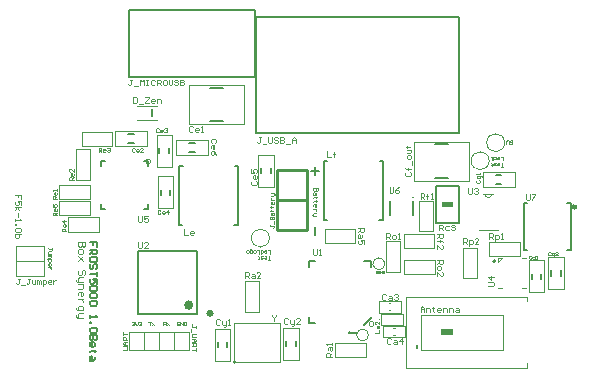
<source format=gbr>
%TF.GenerationSoftware,Altium Limited,Altium Designer,19.0.11 (319)*%
G04 Layer_Color=65535*
%FSLAX26Y26*%
%MOIN*%
%TF.FileFunction,Legend,Top*%
%TF.Part,Single*%
G01*
G75*
%TA.AperFunction,NonConductor*%
%ADD68C,0.007874*%
%ADD69C,0.003000*%
%ADD70C,0.004000*%
%ADD71C,0.005906*%
%ADD72C,0.005000*%
%ADD73C,0.004331*%
%ADD96C,0.000000*%
%ADD97C,0.011811*%
%ADD98C,0.005118*%
%ADD99C,0.003300*%
%ADD100C,0.003543*%
%ADD101C,0.008000*%
%ADD102C,0.001968*%
%ADD103C,0.003150*%
%ADD104C,0.010000*%
%ADD105C,0.004016*%
%ADD106C,0.002000*%
%ADD107C,0.002756*%
%ADD108C,0.006000*%
%ADD109C,0.003228*%
%ADD110C,0.001181*%
%ADD111C,0.004724*%
%ADD112R,0.007874X0.017716*%
%ADD113R,0.039370X0.019685*%
G36*
X488189Y839567D02*
X482284D01*
Y865158D01*
X488189D01*
Y839567D01*
D02*
G37*
G36*
X1488222Y556102D02*
Y540354D01*
X1452789D01*
Y556102D01*
X1488222D01*
D02*
G37*
D68*
X1630906Y357839D02*
G03*
X1630906Y357839I-3937J0D01*
G01*
X834055Y783779D02*
Y1170866D01*
X1509055Y783779D02*
Y1170866D01*
X834055Y783779D02*
X1509055D01*
X439961Y182087D02*
X634842D01*
X439961D02*
Y390748D01*
X634842D01*
Y182087D02*
Y390748D01*
D69*
X607787Y813937D02*
Y943937D01*
Y813937D02*
X793787D01*
Y943937D01*
X607787D02*
X793787D01*
X1357787Y756929D02*
X1543787D01*
Y626929D02*
Y756929D01*
X1357787Y626929D02*
X1543787D01*
X1357787D02*
Y756929D01*
X1265730Y425197D02*
X1312974D01*
X1265730Y322835D02*
Y425197D01*
Y322835D02*
X1312974D01*
Y425197D01*
X1325787Y313976D02*
X1428150D01*
X1325787D02*
Y361221D01*
X1428150D01*
Y313976D02*
Y361221D01*
X1197835Y37409D02*
Y84653D01*
X1095472D02*
X1197835D01*
X1095472Y37409D02*
Y84653D01*
Y37409D02*
X1197835D01*
X843504Y189961D02*
Y292323D01*
X796260Y189961D02*
X843504D01*
X796260D02*
Y292323D01*
X843504D01*
X1061024Y419291D02*
Y466535D01*
Y419291D02*
X1163386D01*
Y466535D01*
X1061024D02*
X1163386D01*
X177165Y564961D02*
X279528D01*
X177165D02*
Y612205D01*
X279528D01*
Y564961D02*
Y612205D01*
X232284Y629331D02*
X279527D01*
Y731693D01*
X232284D02*
X279527D01*
X232284Y629331D02*
Y731693D01*
X250984Y742126D02*
X353346D01*
X250984D02*
Y789370D01*
X353346D01*
Y742126D02*
Y789370D01*
X207284Y456658D02*
Y503901D01*
Y456658D02*
X309646D01*
Y503901D01*
X207284D02*
X309646D01*
X177165Y558053D02*
X279528D01*
Y510809D02*
Y558053D01*
X177165Y510809D02*
X279528D01*
X177165D02*
Y558053D01*
X1376968Y457619D02*
X1424213D01*
Y559981D01*
X1376968D02*
X1424213D01*
X1376968Y457619D02*
Y559981D01*
X1324803Y449803D02*
X1427165D01*
Y402559D02*
Y449803D01*
X1324803Y402559D02*
X1427165D01*
X1324803D02*
Y449803D01*
X1711614Y375156D02*
Y422400D01*
X1609252D02*
X1711614D01*
X1609252Y375156D02*
Y422400D01*
Y375156D02*
X1711614D01*
X1521654Y300787D02*
Y403150D01*
X1568898D01*
Y300787D02*
Y403150D01*
X1521654Y300787D02*
X1568898D01*
X1742126Y254921D02*
Y361221D01*
X1793307D01*
Y254921D02*
Y361221D01*
X1742126Y254921D02*
X1793307D01*
X556102Y534842D02*
Y641142D01*
X504921Y534842D02*
X556102D01*
X504921D02*
Y641142D01*
X556102D01*
X363189Y792323D02*
X469488D01*
Y741142D02*
Y792323D01*
X363189Y741142D02*
X469488D01*
X363189D02*
Y792323D01*
X891732Y606299D02*
Y712598D01*
X840551Y606299D02*
X891732D01*
X840551D02*
Y712598D01*
X891732D01*
X552165Y673228D02*
Y779528D01*
X500984Y673228D02*
X552165D01*
X500984D02*
Y779528D01*
X552165D01*
X1588583Y605315D02*
X1694882D01*
X1588583D02*
Y656496D01*
X1694882D01*
Y605315D02*
Y656496D01*
X1858268Y265517D02*
Y371816D01*
X1807087Y265517D02*
X1858268D01*
X1807087D02*
Y371816D01*
X1858268D01*
X695866Y26378D02*
Y132677D01*
X747047D01*
Y26378D02*
Y132677D01*
X695866Y26378D02*
X747047D01*
X975212Y29921D02*
Y136221D01*
X924030Y29921D02*
X975212D01*
X924030D02*
Y136221D01*
X975212D01*
X565945Y761811D02*
X672244D01*
Y710630D02*
Y761811D01*
X565945Y710630D02*
X672244D01*
X565945D02*
Y761811D01*
X387863Y63366D02*
X401192D01*
X403858Y66032D01*
Y71364D01*
X401192Y74029D01*
X387863D01*
X403858Y79361D02*
X393195D01*
X387863Y84692D01*
X393195Y90024D01*
X403858D01*
X395861D01*
Y79361D01*
X403858Y95356D02*
X387863D01*
Y103353D01*
X390529Y106019D01*
X395861D01*
X398527Y103353D01*
Y95356D01*
Y100687D02*
X403858Y106019D01*
X387863Y111350D02*
Y122014D01*
Y116682D01*
X403858D01*
X418858Y154111D02*
X420858Y156110D01*
X424856D01*
X426856Y154111D01*
Y152112D01*
X424856Y150112D01*
X422857D01*
X424856D01*
X426856Y148113D01*
Y146113D01*
X424856Y144114D01*
X420858D01*
X418858Y146113D01*
X430854Y156110D02*
Y148113D01*
X434853Y144114D01*
X438852Y148113D01*
Y156110D01*
X442851Y154111D02*
X444850Y156110D01*
X448849D01*
X450848Y154111D01*
Y152112D01*
X448849Y150112D01*
X446849D01*
X448849D01*
X450848Y148113D01*
Y146113D01*
X448849Y144114D01*
X444850D01*
X442851Y146113D01*
X473858Y156110D02*
X481856D01*
X477857D01*
Y144114D01*
X485854Y152112D02*
X493852Y144114D01*
X489853Y148113D01*
X493852Y152112D01*
X485854Y144114D01*
X523858D02*
Y156110D01*
X529856D01*
X531856Y154111D01*
Y150112D01*
X529856Y148113D01*
X523858D01*
X527857D02*
X531856Y144114D01*
X535854Y152112D02*
X543852Y144114D01*
X539853Y148113D01*
X543852Y152112D01*
X535854Y144114D01*
X576856Y154111D02*
X574856Y156110D01*
X570858D01*
X568858Y154111D01*
Y146113D01*
X570858Y144114D01*
X574856D01*
X576856Y146113D01*
Y150112D01*
X572857D01*
X580854Y144114D02*
Y156110D01*
X588852Y144114D01*
Y156110D01*
X592851D02*
Y144114D01*
X598849D01*
X600848Y146113D01*
Y154111D01*
X598849Y156110D01*
X592851D01*
D70*
X1595087Y581835D02*
G03*
X1619087Y581835I12000J0D01*
G01*
X481425Y690945D02*
G03*
X481425Y690945I-8000J0D01*
G01*
X1656496Y62008D02*
Y180118D01*
X1380906D02*
X1656496D01*
X1380906Y62008D02*
Y180118D01*
Y62008D02*
X1656496D01*
X1619087Y581835D02*
X1624087D01*
X1595087D02*
X1619087D01*
X1590087D02*
X1595087D01*
X1575087Y462835D02*
X1639087D01*
X32480Y409252D02*
X126969D01*
Y359252D02*
Y409252D01*
X32480Y359252D02*
X126969D01*
X32480D02*
Y409252D01*
X126969Y309055D02*
Y341811D01*
X32480Y309055D02*
Y342323D01*
Y309055D02*
X126969D01*
X760598Y22614D02*
X913598D01*
Y150614D01*
X760598D02*
X913598D01*
X760598Y22614D02*
Y150614D01*
X408858Y123366D02*
X458858D01*
X408858Y63366D02*
Y123366D01*
Y63366D02*
X608858D01*
Y123366D01*
X408858D02*
X608858D01*
X458858Y63366D02*
Y123366D01*
X508858Y63366D02*
Y123366D01*
X558858Y63366D02*
Y123366D01*
X1038617Y603346D02*
X1023622D01*
Y595849D01*
X1026121Y593350D01*
X1028620D01*
X1031120Y595849D01*
Y603346D01*
Y595849D01*
X1033619Y593350D01*
X1036118D01*
X1038617Y595849D01*
Y603346D01*
X1033619Y585852D02*
Y580854D01*
X1031120Y578355D01*
X1023622D01*
Y585852D01*
X1026121Y588351D01*
X1028620Y585852D01*
Y578355D01*
X1036118Y570857D02*
X1033619D01*
Y573356D01*
Y568358D01*
Y570857D01*
X1026121D01*
X1023622Y568358D01*
X1036118Y558361D02*
X1033619D01*
Y560860D01*
Y555862D01*
Y558361D01*
X1026121D01*
X1023622Y555862D01*
Y540866D02*
Y545865D01*
X1026121Y548364D01*
X1031120D01*
X1033619Y545865D01*
Y540866D01*
X1031120Y538367D01*
X1028620D01*
Y548364D01*
X1033619Y533369D02*
X1023622D01*
X1028620D01*
X1031120Y530870D01*
X1033619Y528370D01*
Y525871D01*
Y518374D02*
X1026121D01*
X1023622Y515875D01*
Y508377D01*
X1021123D01*
X1018624Y510876D01*
Y513375D01*
X1023622Y508377D02*
X1033619D01*
D71*
X1724409Y393701D02*
Y551181D01*
X1881890Y393701D02*
Y551181D01*
X1870079D02*
X1881890D01*
X1870079Y393701D02*
X1881890D01*
X1724409Y551181D02*
X1736220D01*
X1724409Y393701D02*
X1736220D01*
X302945Y404992D02*
Y421260D01*
X290744D01*
Y413126D01*
Y421260D01*
X278543D01*
Y396858D02*
X302945D01*
Y384658D01*
X298878Y380591D01*
X290744D01*
X286677Y384658D01*
Y396858D01*
Y388724D02*
X278543Y380591D01*
X302945Y360256D02*
Y368390D01*
X298878Y372457D01*
X282610D01*
X278543Y368390D01*
Y360256D01*
X282610Y356189D01*
X298878D01*
X302945Y360256D01*
X298878Y331788D02*
X302945Y335854D01*
Y343988D01*
X298878Y348055D01*
X294811D01*
X290744Y343988D01*
Y335854D01*
X286677Y331788D01*
X282610D01*
X278543Y335854D01*
Y343988D01*
X282610Y348055D01*
X302945Y323654D02*
Y307386D01*
Y315520D01*
X278543D01*
X302945Y282985D02*
Y299252D01*
X290744D01*
X294811Y291118D01*
Y287051D01*
X290744Y282985D01*
X282610D01*
X278543Y287051D01*
Y295185D01*
X282610Y299252D01*
X298878Y274851D02*
X302945Y270784D01*
Y262650D01*
X298878Y258583D01*
X282610D01*
X278543Y262650D01*
Y270784D01*
X282610Y274851D01*
X298878D01*
Y250449D02*
X302945Y246382D01*
Y238249D01*
X298878Y234182D01*
X282610D01*
X278543Y238249D01*
Y246382D01*
X282610Y250449D01*
X298878D01*
Y226048D02*
X302945Y221981D01*
Y213847D01*
X298878Y209780D01*
X282610D01*
X278543Y213847D01*
Y221981D01*
X282610Y226048D01*
X298878D01*
X278543Y177245D02*
Y169111D01*
Y173178D01*
X302945D01*
X298878Y177245D01*
X278543Y156910D02*
X282610D01*
Y152843D01*
X278543D01*
Y156910D01*
X298878Y136576D02*
X302945Y132509D01*
Y124375D01*
X298878Y120308D01*
X282610D01*
X278543Y124375D01*
Y132509D01*
X282610Y136576D01*
X298878D01*
X302945Y112174D02*
X278543D01*
Y99973D01*
X282610Y95906D01*
X286677D01*
X290744Y99973D01*
Y112174D01*
Y99973D01*
X294811Y95906D01*
X298878D01*
X302945Y99973D01*
Y112174D01*
X278543Y75572D02*
Y83706D01*
X282610Y87773D01*
X290744D01*
X294811Y83706D01*
Y75572D01*
X290744Y71505D01*
X286677D01*
Y87773D01*
X298878Y59304D02*
X294811D01*
Y63371D01*
Y55237D01*
Y59304D01*
X282610D01*
X278543Y55237D01*
X294811Y38970D02*
Y30836D01*
X290744Y26769D01*
X278543D01*
Y38970D01*
X282610Y43036D01*
X286677Y38970D01*
Y26769D01*
D72*
X620717Y211614D02*
G03*
X620717Y211614I-12450J0D01*
G01*
X617071D02*
G03*
X617071Y211614I-8803J0D01*
G01*
X613835D02*
G03*
X613835Y211614I-5568J0D01*
G01*
X612205D02*
G03*
X612205Y211614I-3937J0D01*
G01*
Y215551D02*
G03*
X612205Y215551I-3937J0D01*
G01*
X687937Y184055D02*
G03*
X687937Y184055I-8803J0D01*
G01*
X679134D02*
G03*
X679134Y184055I-3937J0D01*
G01*
X683071D02*
G03*
X683071Y184055I-3937J0D01*
G01*
X763985Y22614D02*
G03*
X763985Y22614I-3387J0D01*
G01*
X834055Y1170866D02*
X1509055D01*
X1278543Y510827D02*
Y558071D01*
X1355315Y510827D02*
Y558071D01*
X315945Y690945D02*
X330512D01*
X315945Y676378D02*
Y690945D01*
Y533465D02*
Y548032D01*
Y533465D02*
X330512D01*
X458858D02*
X473425D01*
Y548032D01*
Y676378D02*
Y690945D01*
X458858D02*
X473425D01*
X679528Y823819D02*
X722047D01*
X679528Y934055D02*
X722047D01*
X1429528Y747047D02*
X1472047D01*
X1429528Y636811D02*
X1472047D01*
X772638Y477362D02*
Y674213D01*
X760827Y477362D02*
X772638D01*
X762795Y674213D02*
X772638D01*
X575787Y477362D02*
Y674213D01*
X587598D01*
X575787Y477362D02*
X585630D01*
X1255906Y496063D02*
Y692913D01*
X1244094Y496063D02*
X1255906D01*
X1246063Y692913D02*
X1255906D01*
X1059055Y496063D02*
Y692913D01*
X1070866D01*
X1059055Y496063D02*
X1068898D01*
X1507908Y486220D02*
Y610236D01*
X1433104D02*
X1507908D01*
X1433104Y486220D02*
Y610236D01*
Y486220D02*
X1507908D01*
X1783465Y299213D02*
Y316929D01*
X1751968Y299213D02*
Y316929D01*
X514764Y579134D02*
Y596850D01*
X546260Y579134D02*
Y596850D01*
X407480Y750984D02*
X425197D01*
X407480Y782480D02*
X425197D01*
X850394Y650591D02*
Y668307D01*
X881890Y650591D02*
Y668307D01*
X510827Y717520D02*
Y735236D01*
X542323Y717520D02*
Y735236D01*
X1632874Y646654D02*
X1650591D01*
X1632874Y615158D02*
X1650591D01*
X1816929Y309808D02*
Y327525D01*
X1848425Y309808D02*
Y327525D01*
X737205Y70669D02*
Y88386D01*
X705709Y70669D02*
Y88386D01*
X933873Y74213D02*
Y91929D01*
X965369Y74213D02*
Y91929D01*
X610236Y720472D02*
X627953D01*
X610236Y751968D02*
X627953D01*
D73*
X697501Y751645D02*
X700781Y754924D01*
Y761484D01*
X697501Y764764D01*
X684382D01*
X681102Y761484D01*
Y754924D01*
X684382Y751645D01*
X681102Y735246D02*
Y741805D01*
X684382Y745085D01*
X690942D01*
X694221Y741805D01*
Y735246D01*
X690942Y731966D01*
X687662D01*
Y745085D01*
X700781Y712288D02*
X697501Y718847D01*
X690942Y725407D01*
X684382D01*
X681102Y722127D01*
Y715567D01*
X684382Y712288D01*
X687662D01*
X690942Y715567D01*
Y725407D01*
X886811Y177159D02*
Y173879D01*
X893370Y167320D01*
X899930Y173879D01*
Y177159D01*
X893370Y167320D02*
Y157480D01*
X1731299Y581687D02*
Y565288D01*
X1734579Y562008D01*
X1741139D01*
X1744418Y565288D01*
Y581687D01*
X1750978D02*
X1764097D01*
Y578407D01*
X1750978Y565288D01*
Y562008D01*
X1277559Y604324D02*
Y587926D01*
X1280839Y584646D01*
X1287398D01*
X1290678Y587926D01*
Y604324D01*
X1310357D02*
X1303797Y601045D01*
X1297238Y594485D01*
Y587926D01*
X1300517Y584646D01*
X1307077D01*
X1310357Y587926D01*
Y591205D01*
X1307077Y594485D01*
X1297238D01*
X438976Y508852D02*
Y492453D01*
X442256Y489173D01*
X448816D01*
X452096Y492453D01*
Y508852D01*
X471774D02*
X458655D01*
Y499012D01*
X465214Y502292D01*
X468494D01*
X471774Y499012D01*
Y492453D01*
X468494Y489173D01*
X461935D01*
X458655Y492453D01*
X1605321Y275162D02*
X1621720D01*
X1625000Y278442D01*
Y285001D01*
X1621720Y288281D01*
X1605321D01*
X1625000Y304680D02*
X1605321D01*
X1615161Y294841D01*
Y307960D01*
X1540354Y600387D02*
Y583989D01*
X1543634Y580709D01*
X1550194D01*
X1553473Y583989D01*
Y600387D01*
X1560033Y597108D02*
X1563313Y600387D01*
X1569872D01*
X1573152Y597108D01*
Y593828D01*
X1569872Y590548D01*
X1566592D01*
X1569872D01*
X1573152Y587268D01*
Y583989D01*
X1569872Y580709D01*
X1563313D01*
X1560033Y583989D01*
X439961Y423222D02*
Y406823D01*
X443240Y403543D01*
X449800D01*
X453080Y406823D01*
Y423222D01*
X472758Y403543D02*
X459639D01*
X472758Y416662D01*
Y419942D01*
X469479Y423222D01*
X462919D01*
X459639Y419942D01*
X1023622Y398616D02*
Y382217D01*
X1026902Y378937D01*
X1033461D01*
X1036741Y382217D01*
Y398616D01*
X1043301Y378937D02*
X1049860D01*
X1046580D01*
Y398616D01*
X1043301Y395336D01*
X1442913Y460630D02*
Y480308D01*
X1452753D01*
X1456033Y477029D01*
Y470469D01*
X1452753Y467189D01*
X1442913D01*
X1449473D02*
X1456033Y460630D01*
X1475711Y473749D02*
X1465872D01*
X1462592Y470469D01*
Y463910D01*
X1465872Y460630D01*
X1475711D01*
X1495390Y477029D02*
X1492110Y480308D01*
X1485550D01*
X1482271Y477029D01*
Y473749D01*
X1485550Y470469D01*
X1492110D01*
X1495390Y467189D01*
Y463910D01*
X1492110Y460630D01*
X1485550D01*
X1482271Y463910D01*
X1521654Y414370D02*
Y434049D01*
X1531493D01*
X1534773Y430769D01*
Y424209D01*
X1531493Y420930D01*
X1521654D01*
X1528213D02*
X1534773Y414370D01*
X1541332Y407811D02*
Y427489D01*
X1551172D01*
X1554451Y424209D01*
Y417650D01*
X1551172Y414370D01*
X1541332D01*
X1574130D02*
X1561011D01*
X1574130Y427489D01*
Y430769D01*
X1570850Y434049D01*
X1564291D01*
X1561011Y430769D01*
X1609252Y433227D02*
Y452906D01*
X1619091D01*
X1622371Y449626D01*
Y443066D01*
X1619091Y439786D01*
X1609252D01*
X1615812D02*
X1622371Y433227D01*
X1628931Y426668D02*
Y446346D01*
X1638770D01*
X1642050Y443066D01*
Y436507D01*
X1638770Y433227D01*
X1628931D01*
X1648609D02*
X1655169D01*
X1651889D01*
Y452906D01*
X1648609Y449626D01*
X1435039Y448819D02*
X1454718D01*
Y438980D01*
X1451438Y435700D01*
X1444879D01*
X1441599Y438980D01*
Y448819D01*
Y442259D02*
X1435039Y435700D01*
Y425861D02*
X1451438D01*
X1444879D01*
Y429140D01*
Y422581D01*
Y425861D01*
X1451438D01*
X1454718Y422581D01*
X1435039Y399622D02*
Y412741D01*
X1448159Y399622D01*
X1451438D01*
X1454718Y402902D01*
Y409462D01*
X1451438Y412741D01*
X1380906Y566853D02*
Y586532D01*
X1390745D01*
X1394025Y583252D01*
Y576693D01*
X1390745Y573413D01*
X1380906D01*
X1387465D02*
X1394025Y566853D01*
X1403864D02*
Y583252D01*
Y576693D01*
X1400584D01*
X1407144D01*
X1403864D01*
Y583252D01*
X1407144Y586532D01*
X1416983Y566853D02*
X1423543D01*
X1420263D01*
Y586532D01*
X1416983Y583252D01*
X1171260Y469488D02*
X1190938D01*
Y459649D01*
X1187659Y456369D01*
X1181099D01*
X1177819Y459649D01*
Y469488D01*
Y462929D02*
X1171260Y456369D01*
X1184379Y446530D02*
Y439970D01*
X1181099Y436690D01*
X1171260D01*
Y446530D01*
X1174540Y449810D01*
X1177819Y446530D01*
Y436690D01*
X1190938Y417012D02*
Y430131D01*
X1181099D01*
X1184379Y423572D01*
Y420292D01*
X1181099Y417012D01*
X1174540D01*
X1171260Y420292D01*
Y426851D01*
X1174540Y430131D01*
X794882Y302165D02*
Y321844D01*
X804721D01*
X808001Y318564D01*
Y312005D01*
X804721Y308725D01*
X794882D01*
X801441D02*
X808001Y302165D01*
X817840Y315284D02*
X824400D01*
X827679Y312005D01*
Y302165D01*
X817840D01*
X814560Y305445D01*
X817840Y308725D01*
X827679D01*
X847358Y302165D02*
X834239D01*
X847358Y315284D01*
Y318564D01*
X844078Y321844D01*
X837519D01*
X834239Y318564D01*
X1086614Y40354D02*
X1066936D01*
Y50194D01*
X1070215Y53473D01*
X1076775D01*
X1080055Y50194D01*
Y40354D01*
Y46914D02*
X1086614Y53473D01*
X1073495Y63313D02*
Y69872D01*
X1076775Y73152D01*
X1086614D01*
Y63313D01*
X1083334Y60033D01*
X1080055Y63313D01*
Y73152D01*
X1086614Y79712D02*
Y86271D01*
Y82991D01*
X1066936D01*
X1070215Y79712D01*
X1435039Y361221D02*
X1454718D01*
Y351381D01*
X1451438Y348101D01*
X1444879D01*
X1441599Y351381D01*
Y361221D01*
Y354661D02*
X1435039Y348101D01*
Y338262D02*
Y331703D01*
X1438319Y328423D01*
X1444879D01*
X1448159Y331703D01*
Y338262D01*
X1444879Y341542D01*
X1438319D01*
X1435039Y338262D01*
Y308744D02*
Y321863D01*
X1448159Y308744D01*
X1451438D01*
X1454718Y312024D01*
Y318584D01*
X1451438Y321863D01*
X1265730Y433071D02*
Y452750D01*
X1275570D01*
X1278849Y449470D01*
Y442910D01*
X1275570Y439630D01*
X1265730D01*
X1272290D02*
X1278849Y433071D01*
X1288689D02*
X1295248D01*
X1298528Y436351D01*
Y442910D01*
X1295248Y446190D01*
X1288689D01*
X1285409Y442910D01*
Y436351D01*
X1288689Y433071D01*
X1305088D02*
X1311647D01*
X1308367D01*
Y452750D01*
X1305088Y449470D01*
X1068898Y724403D02*
Y704724D01*
X1082017D01*
X1091856D02*
Y721123D01*
Y714564D01*
X1088576D01*
X1095136D01*
X1091856D01*
Y721123D01*
X1095136Y724403D01*
X591535Y466529D02*
Y446850D01*
X604654D01*
X621053D02*
X614494D01*
X611214Y450130D01*
Y456690D01*
X614494Y459969D01*
X621053D01*
X624333Y456690D01*
Y453410D01*
X611214D01*
X847765Y771549D02*
X841205D01*
X844485D01*
Y755150D01*
X841205Y751870D01*
X837926D01*
X834646Y755150D01*
X854324Y748590D02*
X867443D01*
X874003Y771549D02*
Y755150D01*
X877283Y751870D01*
X883842D01*
X887122Y755150D01*
Y771549D01*
X906801Y768269D02*
X903521Y771549D01*
X896961D01*
X893682Y768269D01*
Y764989D01*
X896961Y761709D01*
X903521D01*
X906801Y758429D01*
Y755150D01*
X903521Y751870D01*
X896961D01*
X893682Y755150D01*
X913360Y771549D02*
Y751870D01*
X923199D01*
X926479Y755150D01*
Y758429D01*
X923199Y761709D01*
X913360D01*
X923199D01*
X926479Y764989D01*
Y768269D01*
X923199Y771549D01*
X913360D01*
X933039Y748590D02*
X946158D01*
X952717Y751870D02*
Y764989D01*
X959277Y771549D01*
X965836Y764989D01*
Y751870D01*
Y761709D01*
X952717D01*
X419615Y963616D02*
X413056D01*
X416335D01*
Y947217D01*
X413056Y943937D01*
X409776D01*
X406496Y947217D01*
X426175Y940657D02*
X439294D01*
X445853Y943937D02*
Y963616D01*
X452413Y957056D01*
X458972Y963616D01*
Y943937D01*
X465532Y963616D02*
X472091D01*
X468812D01*
Y943937D01*
X465532D01*
X472091D01*
X495050Y960336D02*
X491770Y963616D01*
X485211D01*
X481931Y960336D01*
Y947217D01*
X485211Y943937D01*
X491770D01*
X495050Y947217D01*
X501609Y943937D02*
Y963616D01*
X511449D01*
X514729Y960336D01*
Y953776D01*
X511449Y950496D01*
X501609D01*
X508169D02*
X514729Y943937D01*
X531127Y963616D02*
X524568D01*
X521288Y960336D01*
Y947217D01*
X524568Y943937D01*
X531127D01*
X534407Y947217D01*
Y960336D01*
X531127Y963616D01*
X540967D02*
Y947217D01*
X544246Y943937D01*
X550806D01*
X554086Y947217D01*
Y963616D01*
X573764Y960336D02*
X570485Y963616D01*
X563925D01*
X560645Y960336D01*
Y957056D01*
X563925Y953776D01*
X570485D01*
X573764Y950496D01*
Y947217D01*
X570485Y943937D01*
X563925D01*
X560645Y947217D01*
X580324Y963616D02*
Y943937D01*
X590163D01*
X593443Y947217D01*
Y950496D01*
X590163Y953776D01*
X580324D01*
X590163D01*
X593443Y957056D01*
Y960336D01*
X590163Y963616D01*
X580324D01*
X44288Y300191D02*
X38384D01*
X41336D01*
Y285432D01*
X38384Y282480D01*
X35432D01*
X32480Y285432D01*
X50191Y279529D02*
X61998D01*
X79709Y300191D02*
X73805D01*
X76757D01*
Y285432D01*
X73805Y282480D01*
X70854D01*
X67902Y285432D01*
X85613Y294288D02*
Y285432D01*
X88564Y282480D01*
X97420D01*
Y294288D01*
X103323Y282480D02*
Y294288D01*
X106275D01*
X109227Y291336D01*
Y282480D01*
Y291336D01*
X112179Y294288D01*
X115131Y291336D01*
Y282480D01*
X121034Y276577D02*
Y294288D01*
X129890D01*
X132841Y291336D01*
Y285432D01*
X129890Y282480D01*
X121034D01*
X147601D02*
X141697D01*
X138745Y285432D01*
Y291336D01*
X141697Y294288D01*
X147601D01*
X150552Y291336D01*
Y288384D01*
X138745D01*
X156456Y294288D02*
Y282480D01*
Y288384D01*
X159408Y291336D01*
X162359Y294288D01*
X165311D01*
X423228Y905505D02*
Y885827D01*
X433068D01*
X436347Y889107D01*
Y902226D01*
X433068Y905505D01*
X423228D01*
X442907Y882547D02*
X456026D01*
X462586Y905505D02*
X475705D01*
Y902226D01*
X462586Y889107D01*
Y885827D01*
X475705D01*
X492103D02*
X485544D01*
X482264Y889107D01*
Y895666D01*
X485544Y898946D01*
X492103D01*
X495383Y895666D01*
Y892386D01*
X482264D01*
X501943Y885827D02*
Y898946D01*
X511782D01*
X515062Y895666D01*
Y885827D01*
X939118Y164430D02*
X935838Y167710D01*
X929279D01*
X925999Y164430D01*
Y151311D01*
X929279Y148031D01*
X935838D01*
X939118Y151311D01*
X945678Y161151D02*
Y151311D01*
X948957Y148031D01*
X958797D01*
Y144752D01*
X955517Y141472D01*
X952237D01*
X958797Y148031D02*
Y161151D01*
X978475Y148031D02*
X965356D01*
X978475Y161151D01*
Y164430D01*
X975196Y167710D01*
X968636D01*
X965356Y164430D01*
X713907Y160493D02*
X710627Y163773D01*
X704067D01*
X700788Y160493D01*
Y147374D01*
X704067Y144095D01*
X710627D01*
X713907Y147374D01*
X720466Y157214D02*
Y147374D01*
X723746Y144095D01*
X733585D01*
Y140815D01*
X730305Y137535D01*
X727026D01*
X733585Y144095D02*
Y157214D01*
X740145Y144095D02*
X746704D01*
X743424D01*
Y163773D01*
X740145Y160493D01*
X1333011Y654851D02*
X1329731Y651572D01*
Y645012D01*
X1333011Y641732D01*
X1346130D01*
X1349409Y645012D01*
Y651572D01*
X1346130Y654851D01*
X1349409Y664691D02*
X1333011D01*
X1339570D01*
Y661411D01*
Y667970D01*
Y664691D01*
X1333011D01*
X1329731Y667970D01*
X1352689Y677810D02*
Y690929D01*
X1349409Y700768D02*
Y707328D01*
X1346130Y710607D01*
X1339570D01*
X1336290Y707328D01*
Y700768D01*
X1339570Y697488D01*
X1346130D01*
X1349409Y700768D01*
X1336290Y717167D02*
X1346130D01*
X1349409Y720447D01*
Y730286D01*
X1336290D01*
X1333011Y740125D02*
X1336290D01*
Y736846D01*
Y743405D01*
Y740125D01*
X1346130D01*
X1349409Y743405D01*
X818247Y625324D02*
X814967Y622044D01*
Y615485D01*
X818247Y612205D01*
X831366D01*
X834646Y615485D01*
Y622044D01*
X831366Y625324D01*
X834646Y641723D02*
Y635163D01*
X831366Y631883D01*
X824806D01*
X821527Y635163D01*
Y641723D01*
X824806Y645002D01*
X828086D01*
Y631883D01*
X814967Y664681D02*
Y651562D01*
X824806D01*
X821527Y658121D01*
Y661401D01*
X824806Y664681D01*
X831366D01*
X834646Y661401D01*
Y654842D01*
X831366Y651562D01*
X622371Y803801D02*
X619091Y807080D01*
X612532D01*
X609252Y803801D01*
Y790681D01*
X612532Y787402D01*
X619091D01*
X622371Y790681D01*
X638770Y787402D02*
X632210D01*
X628931Y790681D01*
Y797241D01*
X632210Y800521D01*
X638770D01*
X642050Y797241D01*
Y793961D01*
X628931D01*
X648609Y787402D02*
X655169D01*
X651889D01*
Y807080D01*
X648609Y803801D01*
X1281820Y97108D02*
X1278540Y100387D01*
X1271981D01*
X1268701Y97108D01*
Y83989D01*
X1271981Y80709D01*
X1278540D01*
X1281820Y83989D01*
X1291659Y93828D02*
X1298219D01*
X1301498Y90548D01*
Y80709D01*
X1291659D01*
X1288379Y83989D01*
X1291659Y87268D01*
X1301498D01*
X1317897Y80709D02*
Y100387D01*
X1308058Y90548D01*
X1321177D01*
X1267056Y245730D02*
X1263776Y249009D01*
X1257217D01*
X1253937Y245730D01*
Y232611D01*
X1257217Y229331D01*
X1263776D01*
X1267056Y232611D01*
X1276895Y242450D02*
X1283455D01*
X1286735Y239170D01*
Y229331D01*
X1276895D01*
X1273616Y232611D01*
X1276895Y235890D01*
X1286735D01*
X1293294Y245730D02*
X1296574Y249009D01*
X1303133D01*
X1306413Y245730D01*
Y242450D01*
X1303133Y239170D01*
X1299854D01*
X1303133D01*
X1306413Y235890D01*
Y232611D01*
X1303133Y229331D01*
X1296574D01*
X1293294Y232611D01*
X1380906Y188976D02*
Y202095D01*
X1387465Y208655D01*
X1394025Y202095D01*
Y188976D01*
Y198816D01*
X1380906D01*
X1400584Y188976D02*
Y202095D01*
X1410423D01*
X1413703Y198816D01*
Y188976D01*
X1423543Y205375D02*
Y202095D01*
X1420263D01*
X1426822D01*
X1423543D01*
Y192256D01*
X1426822Y188976D01*
X1446501D02*
X1439941D01*
X1436662Y192256D01*
Y198816D01*
X1439941Y202095D01*
X1446501D01*
X1449781Y198816D01*
Y195536D01*
X1436662D01*
X1456340Y188976D02*
Y202095D01*
X1466179D01*
X1469459Y198816D01*
Y188976D01*
X1476019D02*
Y202095D01*
X1485858D01*
X1489138Y198816D01*
Y188976D01*
X1498977Y202095D02*
X1505537D01*
X1508816Y198816D01*
Y188976D01*
X1498977D01*
X1495697Y192256D01*
X1498977Y195536D01*
X1508816D01*
D96*
X1225520Y148622D02*
G03*
X1225520Y148622I-8000J0D01*
G01*
D97*
X1897638Y539370D02*
G03*
X1897638Y539370I-3937J0D01*
G01*
D98*
X1355898Y570449D02*
G03*
X1355898Y570449I-1968J0D01*
G01*
X409449Y1195866D02*
X830709D01*
X409449Y973425D02*
Y1195866D01*
Y973425D02*
X830709D01*
Y1195866D01*
D99*
X1243626Y164370D02*
G03*
X1243626Y164370I-1500J0D01*
G01*
D100*
X1257873Y337372D02*
G03*
X1257428Y336814I-15686J12055D01*
G01*
X1207775Y112205D02*
G03*
X1207775Y112205I-19783J0D01*
G01*
X877367Y435039D02*
G03*
X877367Y435039I-29927J0D01*
G01*
X1609852Y692913D02*
G03*
X1609852Y692913I-29927J0D01*
G01*
X1661324Y753052D02*
G03*
X1661324Y753052I-29927J0D01*
G01*
X1639764Y354886D02*
X1652126Y367248D01*
X1639764D02*
X1652126D01*
X1639764Y354886D02*
Y367248D01*
X1720079Y269690D02*
X1732283D01*
X1639764D02*
X1651968D01*
X1720079Y367248D02*
X1732283D01*
X168701Y510809D02*
X154926D01*
Y517697D01*
X157222Y519992D01*
X161813D01*
X164109Y517697D01*
Y510809D01*
Y515401D02*
X168701Y519992D01*
Y531472D02*
Y526880D01*
X166405Y524584D01*
X161813D01*
X159517Y526880D01*
Y531472D01*
X161813Y533768D01*
X164109D01*
Y524584D01*
X154926Y547543D02*
Y538359D01*
X161813D01*
X159517Y542951D01*
Y545247D01*
X161813Y547543D01*
X166405D01*
X168701Y545247D01*
Y540655D01*
X166405Y538359D01*
X198819Y457642D02*
X185044D01*
Y464529D01*
X187340Y466825D01*
X191931D01*
X194227Y464529D01*
Y457642D01*
Y462233D02*
X198819Y466825D01*
Y478304D02*
Y473712D01*
X196523Y471417D01*
X191931D01*
X189636Y473712D01*
Y478304D01*
X191931Y480600D01*
X194227D01*
Y471417D01*
X198819Y492079D02*
X185044D01*
X191931Y485192D01*
Y494375D01*
X308071Y722441D02*
Y736216D01*
X314958D01*
X317254Y733920D01*
Y729328D01*
X314958Y727033D01*
X308071D01*
X312663D02*
X317254Y722441D01*
X328733D02*
X324142D01*
X321846Y724737D01*
Y729328D01*
X324142Y731624D01*
X328733D01*
X331029Y729328D01*
Y727033D01*
X321846D01*
X335621Y733920D02*
X337917Y736216D01*
X342508D01*
X344804Y733920D01*
Y731624D01*
X342508Y729328D01*
X340213D01*
X342508D01*
X344804Y727033D01*
Y724737D01*
X342508Y722441D01*
X337917D01*
X335621Y724737D01*
X224409Y629331D02*
X210634D01*
Y636218D01*
X212930Y638514D01*
X217522D01*
X219818Y636218D01*
Y629331D01*
Y633922D02*
X224409Y638514D01*
Y649993D02*
Y645402D01*
X222114Y643106D01*
X217522D01*
X215226Y645402D01*
Y649993D01*
X217522Y652289D01*
X219818D01*
Y643106D01*
X224409Y666064D02*
Y656881D01*
X215226Y666064D01*
X212930D01*
X210634Y663768D01*
Y659177D01*
X212930Y656881D01*
X168701Y564961D02*
X154926D01*
Y571848D01*
X157222Y574144D01*
X161813D01*
X164109Y571848D01*
Y564961D01*
Y569552D02*
X168701Y574144D01*
Y585623D02*
Y581031D01*
X166405Y578736D01*
X161813D01*
X159517Y581031D01*
Y585623D01*
X161813Y587919D01*
X164109D01*
Y578736D01*
X168701Y592511D02*
Y597102D01*
Y594806D01*
X154926D01*
X157222Y592511D01*
X1229851Y120079D02*
X1243626D01*
Y129262D01*
X1234443Y136149D02*
Y140741D01*
X1236739Y143037D01*
X1243626D01*
Y136149D01*
X1241330Y133854D01*
X1239034Y136149D01*
Y143037D01*
X1243626Y156812D02*
Y147629D01*
X1234443Y156812D01*
X1232147D01*
X1229851Y154516D01*
Y149924D01*
X1232147Y147629D01*
X633459Y137005D02*
Y142252D01*
Y139628D01*
X620340D01*
X617716Y142252D01*
Y144876D01*
X620340Y147500D01*
X615093Y131757D02*
Y121262D01*
X633459Y116014D02*
X620340D01*
X617716Y113390D01*
Y108143D01*
X620340Y105519D01*
X633459D01*
X617716Y100271D02*
X628212D01*
X633459Y95024D01*
X628212Y89776D01*
X617716D01*
X625588D01*
Y100271D01*
X617716Y84528D02*
X633459D01*
Y76657D01*
X630836Y74033D01*
X625588D01*
X622964Y76657D01*
Y84528D01*
Y79281D02*
X617716Y74033D01*
X633459Y68785D02*
Y58290D01*
Y63538D01*
X617716D01*
X877957Y478672D02*
Y474080D01*
Y476376D01*
X889437D01*
X891732Y474080D01*
Y471784D01*
X889437Y469488D01*
X894028Y483263D02*
Y492447D01*
X877957Y497038D02*
X891732D01*
Y503926D01*
X889437Y506222D01*
X887141D01*
X884845Y503926D01*
Y497038D01*
Y503926D01*
X882549Y506222D01*
X880253D01*
X877957Y503926D01*
Y497038D01*
X882549Y513109D02*
Y517701D01*
X884845Y519997D01*
X891732D01*
Y513109D01*
X889437Y510813D01*
X887141Y513109D01*
Y519997D01*
X880253Y526884D02*
X882549D01*
Y524588D01*
Y529180D01*
Y526884D01*
X889437D01*
X891732Y529180D01*
X880253Y538363D02*
X882549D01*
Y536067D01*
Y540659D01*
Y538363D01*
X889437D01*
X891732Y540659D01*
Y554434D02*
Y549842D01*
X889437Y547547D01*
X884845D01*
X882549Y549842D01*
Y554434D01*
X884845Y556730D01*
X887141D01*
Y547547D01*
X882549Y561322D02*
X891732D01*
X887141D01*
X884845Y563617D01*
X882549Y565913D01*
Y568209D01*
Y575097D02*
X889437D01*
X891732Y577392D01*
Y584280D01*
X894028D01*
X896324Y581984D01*
Y579688D01*
X891732Y584280D02*
X882549D01*
X1568245Y629262D02*
X1565949Y626966D01*
Y622375D01*
X1568245Y620079D01*
X1577429D01*
X1579724Y622375D01*
Y626966D01*
X1577429Y629262D01*
X1584316Y638445D02*
Y640741D01*
X1582020Y643037D01*
X1570541D01*
Y636149D01*
X1572837Y633854D01*
X1577429D01*
X1579724Y636149D01*
Y643037D01*
Y647629D02*
Y652220D01*
Y649924D01*
X1565949D01*
X1568245Y647629D01*
X509183Y798881D02*
X506887Y801177D01*
X502296D01*
X500000Y798881D01*
Y789697D01*
X502296Y787402D01*
X506887D01*
X509183Y789697D01*
X520663Y787402D02*
X516071D01*
X513775Y789697D01*
Y794289D01*
X516071Y796585D01*
X520663D01*
X522958Y794289D01*
Y791993D01*
X513775D01*
X527550Y798881D02*
X529846Y801177D01*
X534438D01*
X536733Y798881D01*
Y796585D01*
X534438Y794289D01*
X532142D01*
X534438D01*
X536733Y791993D01*
Y789697D01*
X534438Y787402D01*
X529846D01*
X527550Y789697D01*
X428435Y732936D02*
X426139Y735232D01*
X421548D01*
X419252Y732936D01*
Y723753D01*
X421548Y721457D01*
X426139D01*
X428435Y723753D01*
X439914Y721457D02*
X435323D01*
X433027Y723753D01*
Y728344D01*
X435323Y730640D01*
X439914D01*
X442210Y728344D01*
Y726048D01*
X433027D01*
X455985Y721457D02*
X446802D01*
X455985Y730640D01*
Y732936D01*
X453690Y735232D01*
X449098D01*
X446802Y732936D01*
X514105Y526243D02*
X511809Y528539D01*
X507217D01*
X504921Y526243D01*
Y517060D01*
X507217Y514764D01*
X511809D01*
X514105Y517060D01*
X525584Y514764D02*
X520992D01*
X518696Y517060D01*
Y521651D01*
X520992Y523947D01*
X525584D01*
X527880Y521651D01*
Y519356D01*
X518696D01*
X539359Y514764D02*
Y528539D01*
X532471Y521651D01*
X541655D01*
D101*
X1193898Y146496D02*
X1219646Y172244D01*
X1214646Y337599D02*
Y358346D01*
X1193898D02*
X1214646D01*
X1007795D02*
X1028543D01*
X1007795Y337599D02*
Y358346D01*
Y151496D02*
Y172244D01*
Y151496D02*
X1028543D01*
D102*
X1333661Y2953D02*
Y239173D01*
Y2953D02*
X1735236D01*
X1333661Y239173D02*
X1735236D01*
Y2953D02*
Y18701D01*
Y226378D02*
Y239173D01*
D103*
X436024Y876968D02*
X502953D01*
X436024Y827756D02*
X502953D01*
X126969Y341811D02*
Y359252D01*
X1679136Y750004D02*
X1687008D01*
Y755907D01*
X1683072Y753939D01*
X1681104D01*
X1679136Y755907D01*
Y759843D01*
X1681104Y761811D01*
X1685040D01*
X1687008Y759843D01*
X1675201Y750004D02*
Y757875D01*
X1671265Y761811D01*
X1667329Y757875D01*
Y750004D01*
X1814958Y386971D02*
X1812990Y388938D01*
X1809054D01*
X1807087Y386971D01*
Y379099D01*
X1809054Y377131D01*
X1812990D01*
X1814958Y379099D01*
X1822830Y373195D02*
X1824797D01*
X1826765Y375163D01*
Y385003D01*
X1820862D01*
X1818894Y383035D01*
Y379099D01*
X1820862Y377131D01*
X1826765D01*
X1838572D02*
X1830701D01*
X1838572Y385003D01*
Y386971D01*
X1836605Y388938D01*
X1832669D01*
X1830701Y386971D01*
X1750194Y374997D02*
X1748226Y376965D01*
X1744291D01*
X1742323Y374997D01*
Y367125D01*
X1744291Y365158D01*
X1748226D01*
X1750194Y367125D01*
X1762002Y376965D02*
Y365158D01*
X1756098D01*
X1754130Y367125D01*
Y371061D01*
X1756098Y373029D01*
X1762002D01*
X1765937Y365158D02*
X1769873D01*
X1767905D01*
Y376965D01*
X1765937Y374997D01*
D104*
X903740Y562008D02*
X1003740D01*
X903740Y662008D02*
X1003740D01*
Y462008D02*
Y662008D01*
X903740Y462008D02*
X1003740D01*
X903740D02*
Y662008D01*
D105*
X126969Y330906D02*
Y359252D01*
X32480Y331417D02*
Y359764D01*
D106*
X1248032Y145669D02*
Y183071D01*
Y145669D02*
X1322835D01*
Y183071D01*
X1248032D02*
X1322835D01*
X1241142Y224409D02*
X1315945D01*
Y187008D02*
Y224409D01*
X1241142Y187008D02*
X1315945D01*
X1241142D02*
Y224409D01*
X1276575Y217520D02*
X1280512D01*
X1276575Y193898D02*
X1280512D01*
X1254921Y104331D02*
X1329725D01*
X1254921D02*
Y141732D01*
X1329725D01*
Y104331D02*
Y141732D01*
X1290354Y111221D02*
X1294291D01*
X1290354Y134843D02*
X1294291D01*
D107*
X879134Y362293D02*
X871263D01*
X875198D01*
Y374101D01*
X861423D02*
X865359D01*
X867327Y372133D01*
Y368197D01*
X865359Y366229D01*
X861423D01*
X859455Y368197D01*
Y370165D01*
X867327D01*
X855520Y374101D02*
X849616D01*
X847648Y372133D01*
X849616Y370165D01*
X853552D01*
X855520Y368197D01*
X853552Y366229D01*
X847648D01*
X841745Y364261D02*
Y366229D01*
X843712D01*
X839777D01*
X841745D01*
Y372133D01*
X839777Y374101D01*
X879134Y383076D02*
Y394883D01*
X871263D01*
X861423D02*
X865359D01*
X867327Y392915D01*
Y388980D01*
X865359Y387012D01*
X861423D01*
X859455Y388980D01*
Y390948D01*
X867327D01*
X847648Y383076D02*
Y394883D01*
X853552D01*
X855520Y392915D01*
Y388980D01*
X853552Y387012D01*
X847648D01*
X843712Y383076D02*
Y394883D01*
X835841D01*
X829937D02*
X826002D01*
X824034Y392915D01*
Y388980D01*
X826002Y387012D01*
X829937D01*
X831905Y388980D01*
Y392915D01*
X829937Y394883D01*
X816162Y398819D02*
X814194D01*
X812226Y396851D01*
Y387012D01*
X818130D01*
X820098Y388980D01*
Y392915D01*
X818130Y394883D01*
X812226D01*
X806323D02*
X802387D01*
X800419Y392915D01*
Y388980D01*
X802387Y387012D01*
X806323D01*
X808291Y388980D01*
Y392915D01*
X806323Y394883D01*
X1655645Y673316D02*
X1647773D01*
X1651709D01*
Y685123D01*
X1637934D02*
X1641870D01*
X1643837Y683155D01*
Y679219D01*
X1641870Y677251D01*
X1637934D01*
X1635966Y679219D01*
Y681187D01*
X1643837D01*
X1632030Y685123D02*
X1626127D01*
X1624159Y683155D01*
X1626127Y681187D01*
X1630062D01*
X1632030Y679219D01*
X1630062Y677251D01*
X1624159D01*
X1618255Y675284D02*
Y677251D01*
X1620223D01*
X1616287D01*
X1618255D01*
Y683155D01*
X1616287Y685123D01*
X1655645Y694098D02*
Y705906D01*
X1647773D01*
X1637934D02*
X1641870D01*
X1643837Y703938D01*
Y700002D01*
X1641870Y698034D01*
X1637934D01*
X1635966Y700002D01*
Y701970D01*
X1643837D01*
X1624159Y694098D02*
Y705906D01*
X1630062D01*
X1632030Y703938D01*
Y700002D01*
X1630062Y698034D01*
X1624159D01*
X1620223Y705906D02*
X1616287D01*
X1618255D01*
Y694098D01*
X1620223Y696066D01*
D108*
X1028734Y472008D02*
Y445350D01*
Y672008D02*
Y645350D01*
X1042063Y658679D02*
X1015405D01*
D109*
X152161Y396788D02*
Y401248D01*
Y399018D01*
X141010D01*
X138780Y401248D01*
Y403478D01*
X141010Y405709D01*
X147701Y392327D02*
X141010D01*
X138780Y390097D01*
Y383406D01*
X147701D01*
X138780Y378946D02*
X147701D01*
Y376716D01*
X145470Y374485D01*
X138780D01*
X145470D01*
X147701Y372255D01*
X145470Y370025D01*
X138780D01*
X134319Y365564D02*
X147701D01*
Y358873D01*
X145470Y356643D01*
X141010D01*
X138780Y358873D01*
Y365564D01*
Y345492D02*
Y349952D01*
X141010Y352183D01*
X145470D01*
X147701Y349952D01*
Y345492D01*
X145470Y343262D01*
X143240D01*
Y352183D01*
X147701Y338801D02*
X138780D01*
X143240D01*
X145470Y336571D01*
X147701Y334341D01*
Y332111D01*
D110*
X1160435Y118112D02*
X1161418Y117128D01*
X1163386D01*
X1164370Y118112D01*
Y119096D01*
X1163386Y120080D01*
X1161418D01*
X1160435Y121064D01*
Y122048D01*
X1161418Y123031D01*
X1163386D01*
X1164370Y122048D01*
X1158467Y123031D02*
X1156499D01*
X1157483D01*
Y117128D01*
X1158467D01*
X1150595Y123031D02*
X1152563D01*
X1153547Y122048D01*
Y120080D01*
X1152563Y119096D01*
X1150595D01*
X1149611Y120080D01*
Y121064D01*
X1153547D01*
X1144691Y123031D02*
X1146659D01*
X1147643Y122048D01*
Y120080D01*
X1146659Y119096D01*
X1144691D01*
X1143708Y120080D01*
Y121064D01*
X1147643D01*
X1141740Y124999D02*
Y119096D01*
X1138788D01*
X1137804Y120080D01*
Y122048D01*
X1138788Y123031D01*
X1141740D01*
X1254923Y318899D02*
X1255907Y317915D01*
X1257874D01*
X1258858Y318899D01*
Y319883D01*
X1257874Y320867D01*
X1255907D01*
X1254923Y321851D01*
Y322835D01*
X1255907Y323819D01*
X1257874D01*
X1258858Y322835D01*
X1252955Y323819D02*
X1250987D01*
X1251971D01*
Y317915D01*
X1252955D01*
X1245083Y323819D02*
X1247051D01*
X1248035Y322835D01*
Y320867D01*
X1247051Y319883D01*
X1245083D01*
X1244099Y320867D01*
Y321851D01*
X1248035D01*
X1239180Y323819D02*
X1241148D01*
X1242131Y322835D01*
Y320867D01*
X1241148Y319883D01*
X1239180D01*
X1238196Y320867D01*
Y321851D01*
X1242131D01*
X1236228Y325787D02*
Y319883D01*
X1233276D01*
X1232292Y320867D01*
Y322835D01*
X1233276Y323819D01*
X1236228D01*
D111*
X48222Y565621D02*
Y578740D01*
X38383D01*
Y572181D01*
Y578740D01*
X28543D01*
X48222Y545942D02*
Y559062D01*
X38383D01*
X41662Y552502D01*
Y549222D01*
X38383Y545942D01*
X31823D01*
X28543Y549222D01*
Y555782D01*
X31823Y559062D01*
X28543Y539383D02*
X48222D01*
X35103D02*
X41662Y529544D01*
X35103Y539383D02*
X28543Y529544D01*
X38383Y519704D02*
Y506585D01*
X28543Y500026D02*
Y493466D01*
Y496746D01*
X48222D01*
X44942Y500026D01*
X28543Y483627D02*
X31823D01*
Y480347D01*
X28543D01*
Y483627D01*
X44942Y467228D02*
X48222Y463948D01*
Y457389D01*
X44942Y454109D01*
X31823D01*
X28543Y457389D01*
Y463948D01*
X31823Y467228D01*
X44942D01*
X48222Y447549D02*
X28543D01*
Y437710D01*
X31823Y434430D01*
X35103D01*
X38383D01*
X41662Y437710D01*
Y447549D01*
X263772Y422244D02*
X240157D01*
Y410437D01*
X244093Y406501D01*
X248029D01*
X251965Y410437D01*
Y422244D01*
Y410437D01*
X255900Y406501D01*
X259836D01*
X263772Y410437D01*
Y422244D01*
X240157Y394694D02*
Y386822D01*
X244093Y382887D01*
X251965D01*
X255900Y386822D01*
Y394694D01*
X251965Y398630D01*
X244093D01*
X240157Y394694D01*
X255900Y375015D02*
X240157Y359272D01*
X248029Y367144D01*
X255900Y359272D01*
X240157Y375015D01*
X259836Y312044D02*
X263772Y315979D01*
Y323851D01*
X259836Y327786D01*
X255900D01*
X251965Y323851D01*
Y315979D01*
X248029Y312044D01*
X244093D01*
X240157Y315979D01*
Y323851D01*
X244093Y327786D01*
X255900Y304172D02*
X244093D01*
X240157Y300236D01*
Y288429D01*
X236222D01*
X232286Y292365D01*
Y296301D01*
X240157Y288429D02*
X255900D01*
X240157Y280558D02*
X255900D01*
Y268750D01*
X251965Y264815D01*
X240157D01*
Y245136D02*
Y253008D01*
X244093Y256943D01*
X251965D01*
X255900Y253008D01*
Y245136D01*
X251965Y241200D01*
X248029D01*
Y256943D01*
X255900Y233329D02*
X240157D01*
X248029D01*
X251965Y229393D01*
X255900Y225457D01*
Y221522D01*
X232286Y201843D02*
Y197907D01*
X236222Y193972D01*
X255900D01*
Y205779D01*
X251965Y209714D01*
X244093D01*
X240157Y205779D01*
Y193972D01*
X255900Y186100D02*
X244093D01*
X240157Y182164D01*
Y170357D01*
X236222D01*
X232286Y174293D01*
Y178229D01*
X240157Y170357D02*
X255900D01*
D112*
X1369096Y72835D02*
D03*
D113*
X1469488Y121063D02*
D03*
%TF.MD5,03c2002a0754159100f04382f4048504*%
M02*

</source>
